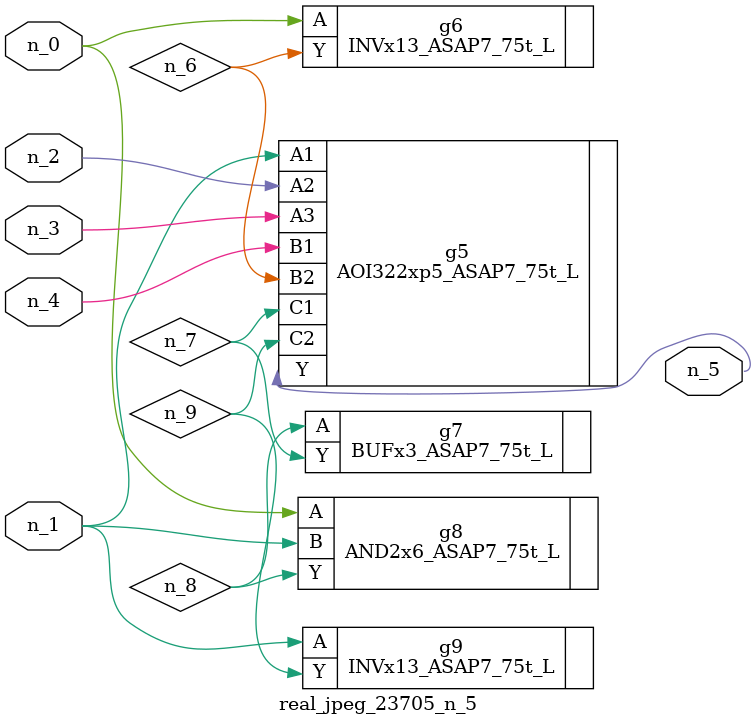
<source format=v>
module real_jpeg_23705_n_5 (n_4, n_0, n_1, n_2, n_3, n_5);

input n_4;
input n_0;
input n_1;
input n_2;
input n_3;

output n_5;

wire n_8;
wire n_6;
wire n_7;
wire n_9;

INVx13_ASAP7_75t_L g6 ( 
.A(n_0),
.Y(n_6)
);

AND2x6_ASAP7_75t_L g8 ( 
.A(n_0),
.B(n_1),
.Y(n_8)
);

AOI322xp5_ASAP7_75t_L g5 ( 
.A1(n_1),
.A2(n_2),
.A3(n_3),
.B1(n_4),
.B2(n_6),
.C1(n_7),
.C2(n_9),
.Y(n_5)
);

INVx13_ASAP7_75t_L g9 ( 
.A(n_1),
.Y(n_9)
);

BUFx3_ASAP7_75t_L g7 ( 
.A(n_8),
.Y(n_7)
);


endmodule
</source>
